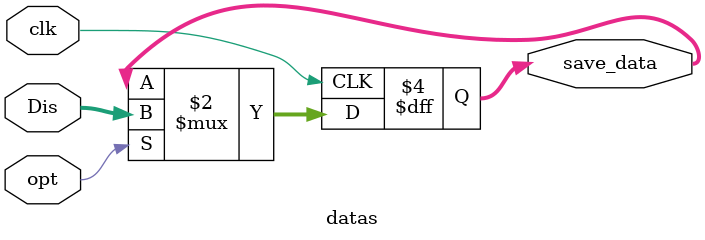
<source format=v>
`timescale 1ns / 1ps
module datas(
		input wire clk,
		input wire opt,
		input [15:0] Dis,
		output reg [15:0] save_data
    );
	 always @ ( posedge clk )
		begin
			if ( opt )
				save_data <= Dis;
		end
endmodule

</source>
